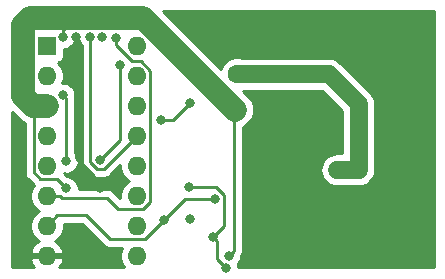
<source format=gbr>
%TF.GenerationSoftware,KiCad,Pcbnew,5.1.7-a382d34a8~88~ubuntu18.04.1*%
%TF.CreationDate,2021-05-09T09:36:21-04:00*%
%TF.ProjectId,salt_replacement,73616c74-5f72-4657-906c-6163656d656e,1.0.0*%
%TF.SameCoordinates,Original*%
%TF.FileFunction,Copper,L2,Bot*%
%TF.FilePolarity,Positive*%
%FSLAX46Y46*%
G04 Gerber Fmt 4.6, Leading zero omitted, Abs format (unit mm)*
G04 Created by KiCad (PCBNEW 5.1.7-a382d34a8~88~ubuntu18.04.1) date 2021-05-09 09:36:21*
%MOMM*%
%LPD*%
G01*
G04 APERTURE LIST*
%TA.AperFunction,ComponentPad*%
%ADD10R,1.600000X1.600000*%
%TD*%
%TA.AperFunction,ComponentPad*%
%ADD11O,1.600000X1.600000*%
%TD*%
%TA.AperFunction,ViaPad*%
%ADD12C,0.800000*%
%TD*%
%TA.AperFunction,ViaPad*%
%ADD13C,1.600000*%
%TD*%
%TA.AperFunction,Conductor*%
%ADD14C,0.250000*%
%TD*%
%TA.AperFunction,Conductor*%
%ADD15C,2.000000*%
%TD*%
%TA.AperFunction,Conductor*%
%ADD16C,1.500000*%
%TD*%
%TA.AperFunction,Conductor*%
%ADD17C,0.254000*%
%TD*%
%TA.AperFunction,Conductor*%
%ADD18C,0.100000*%
%TD*%
G04 APERTURE END LIST*
D10*
%TO.P,J1,1*%
%TO.N,Net-(J1-Pad1)*%
X111600000Y-111600000D03*
D11*
%TO.P,J1,9*%
%TO.N,Net-(J1-Pad9)*%
X119220000Y-129380000D03*
%TO.P,J1,2*%
%TO.N,Net-(J1-Pad2)*%
X111600000Y-114140000D03*
%TO.P,J1,10*%
%TO.N,Net-(J1-Pad10)*%
X119220000Y-126840000D03*
%TO.P,J1,3*%
%TO.N,+5V*%
X111600000Y-116680000D03*
%TO.P,J1,11*%
%TO.N,/CASSETTE_DATA_IN*%
X119220000Y-124300000D03*
%TO.P,J1,4*%
%TO.N,/SERIAL_IN_TTL*%
X111600000Y-119220000D03*
%TO.P,J1,12*%
%TO.N,/SERIAL_OUT_RS232*%
X119220000Y-121760000D03*
%TO.P,J1,5*%
%TO.N,/CD_IN_TTL*%
X111600000Y-121760000D03*
%TO.P,J1,13*%
%TO.N,/CD_IN_RS232*%
X119220000Y-119220000D03*
%TO.P,J1,6*%
%TO.N,/SERIAL_OUT_TTL*%
X111600000Y-124300000D03*
%TO.P,J1,14*%
%TO.N,/SERIAL_IN_RS232*%
X119220000Y-116680000D03*
%TO.P,J1,7*%
%TO.N,/CASSETTE_DATA_IN_TTL*%
X111600000Y-126840000D03*
%TO.P,J1,15*%
%TO.N,Net-(J1-Pad15)*%
X119220000Y-114140000D03*
%TO.P,J1,8*%
%TO.N,GND*%
X111600000Y-129380000D03*
%TO.P,J1,16*%
%TO.N,VCC*%
X119220000Y-111600000D03*
%TD*%
D12*
%TO.N,+5V*%
X127010400Y-129364300D03*
X113261400Y-123666900D03*
D13*
X127375000Y-116875000D03*
D12*
X113000040Y-110850000D03*
%TO.N,GND*%
X116100000Y-123650000D03*
X114100000Y-110850000D03*
X128474990Y-108975010D03*
X126324990Y-108975010D03*
X123924990Y-108975010D03*
X134274990Y-108975010D03*
X138924990Y-108975010D03*
X131424990Y-108975010D03*
X122874990Y-108975010D03*
X142250000Y-122300000D03*
X143450000Y-129600000D03*
X140450000Y-129700000D03*
X137150000Y-129650000D03*
X133600000Y-129750000D03*
%TO.N,/SERIAL_IN_TTL*%
X116126600Y-121244500D03*
X117803000Y-113205200D03*
%TO.N,/CD_IN_TTL*%
X116297668Y-110853255D03*
%TO.N,/CD_IN_RS232*%
X115295675Y-110856946D03*
%TO.N,/SERIAL_OUT_TTL*%
X117468000Y-110929600D03*
%TO.N,Net-(D1-Pad1)*%
X138000000Y-122100000D03*
X137100000Y-122100000D03*
X136150000Y-122100000D03*
D13*
X127700000Y-114000000D03*
D12*
%TO.N,Net-(C8-Pad2)*%
X113262100Y-121385400D03*
X112978100Y-115762900D03*
%TO.N,Net-(D2-Pad1)*%
X121300000Y-117861700D03*
X123722800Y-116427200D03*
%TO.N,/CASSETTE_DATA_IN_TTL*%
X121500000Y-126350000D03*
X125850000Y-124550000D03*
%TO.N,Net-(R3-Pad2)*%
X126756200Y-130377100D03*
X125687900Y-127780800D03*
X123600000Y-123550000D03*
%TO.N,Net-(U3-Pad7)*%
X123724900Y-126270900D03*
%TD*%
D14*
%TO.N,+5V*%
X127437500Y-116937500D02*
X127437500Y-128937200D01*
X127437500Y-128937200D02*
X127010400Y-129364300D01*
D15*
X127437500Y-116937500D02*
X127500000Y-117000000D01*
X127375000Y-116875000D02*
X127437500Y-116937500D01*
D14*
X110474600Y-116680000D02*
X110474600Y-122301500D01*
X110474600Y-122301500D02*
X111058500Y-122885400D01*
X111058500Y-122885400D02*
X112479900Y-122885400D01*
X112479900Y-122885400D02*
X113261400Y-123666900D01*
D15*
X111600000Y-116680000D02*
X110474600Y-116680000D01*
X119725010Y-109225010D02*
X127375000Y-116875000D01*
X110474600Y-116680000D02*
X110469000Y-116680000D01*
X110469000Y-116680000D02*
X109600000Y-115811000D01*
X109600000Y-115811000D02*
X109600000Y-109840000D01*
X109600000Y-109840000D02*
X110214990Y-109225010D01*
X110214990Y-109225010D02*
X114074990Y-109225010D01*
X114074990Y-109225010D02*
X119725010Y-109225010D01*
D14*
X113000040Y-110299960D02*
X113000040Y-110850000D01*
X114074990Y-109225010D02*
X113000040Y-110299960D01*
%TO.N,GND*%
X114100000Y-110850000D02*
X114100000Y-121100000D01*
X114100000Y-121100000D02*
X115600000Y-122600000D01*
X115600000Y-123150000D02*
X116100000Y-123650000D01*
X115600000Y-122600000D02*
X115600000Y-123150000D01*
%TO.N,/SERIAL_IN_TTL*%
X116126600Y-121244500D02*
X117803000Y-119568100D01*
X117803000Y-119568100D02*
X117803000Y-113205200D01*
%TO.N,/CD_IN_RS232*%
X115870300Y-122029700D02*
X115295675Y-121455075D01*
X115295675Y-121455075D02*
X115295675Y-110856946D01*
X119220000Y-119220000D02*
X116410300Y-122029700D01*
X116410300Y-122029700D02*
X115870300Y-122029700D01*
%TO.N,/SERIAL_OUT_TTL*%
X112725300Y-124300000D02*
X111600000Y-124300000D01*
X112883300Y-124458000D02*
X112725300Y-124300000D01*
X116693002Y-124458000D02*
X112883300Y-124458000D01*
X117660003Y-125425001D02*
X116693002Y-124458000D01*
X117468000Y-110929600D02*
X117468000Y-111487600D01*
X117468000Y-111487600D02*
X118850400Y-112870000D01*
X118850400Y-112870000D02*
X119544900Y-112870000D01*
X120364200Y-113689300D02*
X120364200Y-124820802D01*
X119760001Y-125425001D02*
X117660003Y-125425001D01*
X120364200Y-124820802D02*
X119760001Y-125425001D01*
X119544900Y-112870000D02*
X120364200Y-113689300D01*
D16*
%TO.N,Net-(D1-Pad1)*%
X138000000Y-122100000D02*
X137100000Y-122100000D01*
X127700000Y-114000000D02*
X135450000Y-114000000D01*
X135450000Y-114000000D02*
X138000000Y-116550000D01*
X138000000Y-116550000D02*
X138000000Y-122100000D01*
X137100000Y-122100000D02*
X136150000Y-122100000D01*
D14*
%TO.N,Net-(C8-Pad2)*%
X113262100Y-121385400D02*
X113262100Y-116046900D01*
X113262100Y-116046900D02*
X112978100Y-115762900D01*
%TO.N,Net-(D2-Pad1)*%
X121300000Y-117861700D02*
X122288300Y-117861700D01*
X122288300Y-117861700D02*
X123722800Y-116427200D01*
%TO.N,/CASSETTE_DATA_IN_TTL*%
X119884999Y-127965001D02*
X116915001Y-127965001D01*
X121500000Y-126350000D02*
X119884999Y-127965001D01*
X116915001Y-127965001D02*
X114900000Y-125950000D01*
X112490000Y-125950000D02*
X111600000Y-126840000D01*
X114900000Y-125950000D02*
X112490000Y-125950000D01*
X121500000Y-126350000D02*
X123300000Y-124550000D01*
X123300000Y-124550000D02*
X125850000Y-124550000D01*
X125850000Y-124550000D02*
X125850000Y-124550000D01*
%TO.N,Net-(R3-Pad2)*%
X125687900Y-127780800D02*
X126010800Y-128103700D01*
X126010800Y-128103700D02*
X126010900Y-128103700D01*
X126010900Y-128103700D02*
X126010900Y-129631800D01*
X126010900Y-129631800D02*
X126756200Y-130377100D01*
X126575001Y-124201999D02*
X125923002Y-123550000D01*
X125687900Y-127780800D02*
X126575001Y-126893699D01*
X126575001Y-126893699D02*
X126575001Y-124201999D01*
X125923002Y-123550000D02*
X123600000Y-123550000D01*
X123600000Y-123550000D02*
X123600000Y-123550000D01*
%TD*%
D17*
%TO.N,GND*%
X109256079Y-117779318D02*
X109307286Y-117841714D01*
X109556248Y-118046031D01*
X109714600Y-118130672D01*
X109714601Y-122264168D01*
X109710924Y-122301500D01*
X109714601Y-122338833D01*
X109725598Y-122450486D01*
X109726657Y-122453976D01*
X109769054Y-122593746D01*
X109839626Y-122725776D01*
X109867528Y-122759774D01*
X109934600Y-122841501D01*
X109963598Y-122865299D01*
X110484632Y-123386334D01*
X110328320Y-123620273D01*
X110220147Y-123881426D01*
X110165000Y-124158665D01*
X110165000Y-124441335D01*
X110220147Y-124718574D01*
X110328320Y-124979727D01*
X110485363Y-125214759D01*
X110685241Y-125414637D01*
X110917759Y-125570000D01*
X110685241Y-125725363D01*
X110485363Y-125925241D01*
X110328320Y-126160273D01*
X110220147Y-126421426D01*
X110165000Y-126698665D01*
X110165000Y-126981335D01*
X110220147Y-127258574D01*
X110328320Y-127519727D01*
X110485363Y-127754759D01*
X110685241Y-127954637D01*
X110920273Y-128111680D01*
X110930865Y-128116067D01*
X110744869Y-128227615D01*
X110536481Y-128416586D01*
X110368963Y-128642580D01*
X110248754Y-128896913D01*
X110208096Y-129030961D01*
X110330085Y-129253000D01*
X111473000Y-129253000D01*
X111473000Y-129233000D01*
X111727000Y-129233000D01*
X111727000Y-129253000D01*
X112869915Y-129253000D01*
X112991904Y-129030961D01*
X112951246Y-128896913D01*
X112831037Y-128642580D01*
X112663519Y-128416586D01*
X112455131Y-128227615D01*
X112269135Y-128116067D01*
X112279727Y-128111680D01*
X112514759Y-127954637D01*
X112714637Y-127754759D01*
X112871680Y-127519727D01*
X112979853Y-127258574D01*
X113035000Y-126981335D01*
X113035000Y-126710000D01*
X114585199Y-126710000D01*
X116351202Y-128476004D01*
X116375000Y-128505002D01*
X116490725Y-128599975D01*
X116622754Y-128670547D01*
X116766015Y-128714004D01*
X116877668Y-128725001D01*
X116877676Y-128725001D01*
X116915001Y-128728677D01*
X116952326Y-128725001D01*
X117938077Y-128725001D01*
X117840147Y-128961426D01*
X117785000Y-129238665D01*
X117785000Y-129521335D01*
X117840147Y-129798574D01*
X117948320Y-130059727D01*
X118105363Y-130294759D01*
X118150604Y-130340000D01*
X112666050Y-130340000D01*
X112831037Y-130117420D01*
X112951246Y-129863087D01*
X112991904Y-129729039D01*
X112869915Y-129507000D01*
X111727000Y-129507000D01*
X111727000Y-129527000D01*
X111473000Y-129527000D01*
X111473000Y-129507000D01*
X110330085Y-129507000D01*
X110208096Y-129729039D01*
X110248754Y-129863087D01*
X110368963Y-130117420D01*
X110533950Y-130340000D01*
X108660000Y-130340000D01*
X108660000Y-117183238D01*
X109256079Y-117779318D01*
%TA.AperFunction,Conductor*%
D18*
G36*
X109256079Y-117779318D02*
G01*
X109307286Y-117841714D01*
X109556248Y-118046031D01*
X109714600Y-118130672D01*
X109714601Y-122264168D01*
X109710924Y-122301500D01*
X109714601Y-122338833D01*
X109725598Y-122450486D01*
X109726657Y-122453976D01*
X109769054Y-122593746D01*
X109839626Y-122725776D01*
X109867528Y-122759774D01*
X109934600Y-122841501D01*
X109963598Y-122865299D01*
X110484632Y-123386334D01*
X110328320Y-123620273D01*
X110220147Y-123881426D01*
X110165000Y-124158665D01*
X110165000Y-124441335D01*
X110220147Y-124718574D01*
X110328320Y-124979727D01*
X110485363Y-125214759D01*
X110685241Y-125414637D01*
X110917759Y-125570000D01*
X110685241Y-125725363D01*
X110485363Y-125925241D01*
X110328320Y-126160273D01*
X110220147Y-126421426D01*
X110165000Y-126698665D01*
X110165000Y-126981335D01*
X110220147Y-127258574D01*
X110328320Y-127519727D01*
X110485363Y-127754759D01*
X110685241Y-127954637D01*
X110920273Y-128111680D01*
X110930865Y-128116067D01*
X110744869Y-128227615D01*
X110536481Y-128416586D01*
X110368963Y-128642580D01*
X110248754Y-128896913D01*
X110208096Y-129030961D01*
X110330085Y-129253000D01*
X111473000Y-129253000D01*
X111473000Y-129233000D01*
X111727000Y-129233000D01*
X111727000Y-129253000D01*
X112869915Y-129253000D01*
X112991904Y-129030961D01*
X112951246Y-128896913D01*
X112831037Y-128642580D01*
X112663519Y-128416586D01*
X112455131Y-128227615D01*
X112269135Y-128116067D01*
X112279727Y-128111680D01*
X112514759Y-127954637D01*
X112714637Y-127754759D01*
X112871680Y-127519727D01*
X112979853Y-127258574D01*
X113035000Y-126981335D01*
X113035000Y-126710000D01*
X114585199Y-126710000D01*
X116351202Y-128476004D01*
X116375000Y-128505002D01*
X116490725Y-128599975D01*
X116622754Y-128670547D01*
X116766015Y-128714004D01*
X116877668Y-128725001D01*
X116877676Y-128725001D01*
X116915001Y-128728677D01*
X116952326Y-128725001D01*
X117938077Y-128725001D01*
X117840147Y-128961426D01*
X117785000Y-129238665D01*
X117785000Y-129521335D01*
X117840147Y-129798574D01*
X117948320Y-130059727D01*
X118105363Y-130294759D01*
X118150604Y-130340000D01*
X112666050Y-130340000D01*
X112831037Y-130117420D01*
X112951246Y-129863087D01*
X112991904Y-129729039D01*
X112869915Y-129507000D01*
X111727000Y-129507000D01*
X111727000Y-129527000D01*
X111473000Y-129527000D01*
X111473000Y-129507000D01*
X110330085Y-129507000D01*
X110208096Y-129729039D01*
X110248754Y-129863087D01*
X110368963Y-130117420D01*
X110533950Y-130340000D01*
X108660000Y-130340000D01*
X108660000Y-117183238D01*
X109256079Y-117779318D01*
G37*
%TD.AperFunction*%
D17*
X144340001Y-130340000D02*
X127791200Y-130340000D01*
X127791200Y-130275161D01*
X127753381Y-130085030D01*
X127814337Y-130024074D01*
X127927605Y-129854556D01*
X128005626Y-129666198D01*
X128045400Y-129466239D01*
X128045400Y-129394466D01*
X128072474Y-129361476D01*
X128143046Y-129229447D01*
X128186503Y-129086186D01*
X128197500Y-128974533D01*
X128201177Y-128937200D01*
X128197500Y-128899867D01*
X128197500Y-118481084D01*
X128412752Y-118366030D01*
X128661713Y-118161713D01*
X128866030Y-117912752D01*
X129017851Y-117628714D01*
X129111342Y-117320516D01*
X129142911Y-116999999D01*
X129111342Y-116679484D01*
X129017851Y-116371285D01*
X128866030Y-116087248D01*
X128712915Y-115900677D01*
X128587925Y-115775687D01*
X128587916Y-115775676D01*
X128197240Y-115385000D01*
X134876315Y-115385000D01*
X136615000Y-117123686D01*
X136615001Y-120715000D01*
X136081963Y-120715000D01*
X135878493Y-120735040D01*
X135617419Y-120814236D01*
X135376812Y-120942843D01*
X135165919Y-121115919D01*
X134992843Y-121326812D01*
X134864236Y-121567419D01*
X134785040Y-121828493D01*
X134758299Y-122100000D01*
X134785040Y-122371507D01*
X134864236Y-122632581D01*
X134992843Y-122873188D01*
X135165919Y-123084081D01*
X135376812Y-123257157D01*
X135617419Y-123385764D01*
X135878493Y-123464960D01*
X136081963Y-123485000D01*
X137931964Y-123485000D01*
X138000000Y-123491701D01*
X138271507Y-123464960D01*
X138532581Y-123385764D01*
X138773188Y-123257157D01*
X138984081Y-123084081D01*
X139157157Y-122873188D01*
X139285764Y-122632581D01*
X139364960Y-122371507D01*
X139385000Y-122168037D01*
X139391701Y-122100000D01*
X139385000Y-122031963D01*
X139385000Y-116618029D01*
X139391700Y-116550000D01*
X139385000Y-116481971D01*
X139385000Y-116481963D01*
X139364960Y-116278493D01*
X139285764Y-116017419D01*
X139157157Y-115776812D01*
X139138972Y-115754654D01*
X139027452Y-115618766D01*
X139027445Y-115618759D01*
X138984080Y-115565919D01*
X138931241Y-115522555D01*
X136477454Y-113068769D01*
X136434081Y-113015919D01*
X136223188Y-112842843D01*
X135982581Y-112714236D01*
X135721507Y-112635040D01*
X135518037Y-112615000D01*
X135518029Y-112615000D01*
X135450000Y-112608300D01*
X135381971Y-112615000D01*
X128092699Y-112615000D01*
X127841335Y-112565000D01*
X127558665Y-112565000D01*
X127281426Y-112620147D01*
X127020273Y-112728320D01*
X126785241Y-112885363D01*
X126585363Y-113085241D01*
X126428320Y-113320273D01*
X126341680Y-113529441D01*
X121472238Y-108660000D01*
X144340000Y-108660000D01*
X144340001Y-130340000D01*
%TA.AperFunction,Conductor*%
D18*
G36*
X144340001Y-130340000D02*
G01*
X127791200Y-130340000D01*
X127791200Y-130275161D01*
X127753381Y-130085030D01*
X127814337Y-130024074D01*
X127927605Y-129854556D01*
X128005626Y-129666198D01*
X128045400Y-129466239D01*
X128045400Y-129394466D01*
X128072474Y-129361476D01*
X128143046Y-129229447D01*
X128186503Y-129086186D01*
X128197500Y-128974533D01*
X128201177Y-128937200D01*
X128197500Y-128899867D01*
X128197500Y-118481084D01*
X128412752Y-118366030D01*
X128661713Y-118161713D01*
X128866030Y-117912752D01*
X129017851Y-117628714D01*
X129111342Y-117320516D01*
X129142911Y-116999999D01*
X129111342Y-116679484D01*
X129017851Y-116371285D01*
X128866030Y-116087248D01*
X128712915Y-115900677D01*
X128587925Y-115775687D01*
X128587916Y-115775676D01*
X128197240Y-115385000D01*
X134876315Y-115385000D01*
X136615000Y-117123686D01*
X136615001Y-120715000D01*
X136081963Y-120715000D01*
X135878493Y-120735040D01*
X135617419Y-120814236D01*
X135376812Y-120942843D01*
X135165919Y-121115919D01*
X134992843Y-121326812D01*
X134864236Y-121567419D01*
X134785040Y-121828493D01*
X134758299Y-122100000D01*
X134785040Y-122371507D01*
X134864236Y-122632581D01*
X134992843Y-122873188D01*
X135165919Y-123084081D01*
X135376812Y-123257157D01*
X135617419Y-123385764D01*
X135878493Y-123464960D01*
X136081963Y-123485000D01*
X137931964Y-123485000D01*
X138000000Y-123491701D01*
X138271507Y-123464960D01*
X138532581Y-123385764D01*
X138773188Y-123257157D01*
X138984081Y-123084081D01*
X139157157Y-122873188D01*
X139285764Y-122632581D01*
X139364960Y-122371507D01*
X139385000Y-122168037D01*
X139391701Y-122100000D01*
X139385000Y-122031963D01*
X139385000Y-116618029D01*
X139391700Y-116550000D01*
X139385000Y-116481971D01*
X139385000Y-116481963D01*
X139364960Y-116278493D01*
X139285764Y-116017419D01*
X139157157Y-115776812D01*
X139138972Y-115754654D01*
X139027452Y-115618766D01*
X139027445Y-115618759D01*
X138984080Y-115565919D01*
X138931241Y-115522555D01*
X136477454Y-113068769D01*
X136434081Y-113015919D01*
X136223188Y-112842843D01*
X135982581Y-112714236D01*
X135721507Y-112635040D01*
X135518037Y-112615000D01*
X135518029Y-112615000D01*
X135450000Y-112608300D01*
X135381971Y-112615000D01*
X128092699Y-112615000D01*
X127841335Y-112565000D01*
X127558665Y-112565000D01*
X127281426Y-112620147D01*
X127020273Y-112728320D01*
X126785241Y-112885363D01*
X126585363Y-113085241D01*
X126428320Y-113320273D01*
X126341680Y-113529441D01*
X121472238Y-108660000D01*
X144340000Y-108660000D01*
X144340001Y-130340000D01*
G37*
%TD.AperFunction*%
D17*
X114260675Y-110958885D02*
X114300449Y-111158844D01*
X114378470Y-111347202D01*
X114491738Y-111516720D01*
X114535676Y-111560658D01*
X114535675Y-121417753D01*
X114531999Y-121455075D01*
X114535675Y-121492397D01*
X114535675Y-121492407D01*
X114546672Y-121604060D01*
X114568994Y-121677646D01*
X114590129Y-121747321D01*
X114660701Y-121879351D01*
X114678743Y-121901335D01*
X114755674Y-121995076D01*
X114784677Y-122018878D01*
X115306505Y-122540707D01*
X115330299Y-122569701D01*
X115359292Y-122593495D01*
X115359296Y-122593499D01*
X115407179Y-122632795D01*
X115446024Y-122664674D01*
X115578053Y-122735246D01*
X115721314Y-122778703D01*
X115832967Y-122789700D01*
X115832976Y-122789700D01*
X115870299Y-122793376D01*
X115907622Y-122789700D01*
X116372978Y-122789700D01*
X116410300Y-122793376D01*
X116447622Y-122789700D01*
X116447633Y-122789700D01*
X116559286Y-122778703D01*
X116702547Y-122735246D01*
X116834576Y-122664674D01*
X116950301Y-122569701D01*
X116974104Y-122540697D01*
X117785000Y-121729801D01*
X117785000Y-121901335D01*
X117840147Y-122178574D01*
X117948320Y-122439727D01*
X118105363Y-122674759D01*
X118305241Y-122874637D01*
X118537759Y-123030000D01*
X118305241Y-123185363D01*
X118105363Y-123385241D01*
X117948320Y-123620273D01*
X117840147Y-123881426D01*
X117785000Y-124158665D01*
X117785000Y-124441335D01*
X117793408Y-124483604D01*
X117256806Y-123947002D01*
X117233003Y-123917999D01*
X117117278Y-123823026D01*
X116985249Y-123752454D01*
X116841988Y-123708997D01*
X116730335Y-123698000D01*
X116730324Y-123698000D01*
X116693002Y-123694324D01*
X116655680Y-123698000D01*
X114296400Y-123698000D01*
X114296400Y-123564961D01*
X114256626Y-123365002D01*
X114178605Y-123176644D01*
X114065337Y-123007126D01*
X113921174Y-122862963D01*
X113751656Y-122749695D01*
X113563298Y-122671674D01*
X113363339Y-122631900D01*
X113301201Y-122631900D01*
X113072206Y-122402905D01*
X113160161Y-122420400D01*
X113364039Y-122420400D01*
X113563998Y-122380626D01*
X113752356Y-122302605D01*
X113921874Y-122189337D01*
X114066037Y-122045174D01*
X114179305Y-121875656D01*
X114257326Y-121687298D01*
X114297100Y-121487339D01*
X114297100Y-121283461D01*
X114257326Y-121083502D01*
X114179305Y-120895144D01*
X114066037Y-120725626D01*
X114022100Y-120681689D01*
X114022100Y-116084225D01*
X114025776Y-116046900D01*
X114022100Y-116009575D01*
X114022100Y-116009567D01*
X114011103Y-115897914D01*
X114008336Y-115888791D01*
X114013100Y-115864839D01*
X114013100Y-115660961D01*
X113973326Y-115461002D01*
X113895305Y-115272644D01*
X113782037Y-115103126D01*
X113637874Y-114958963D01*
X113468356Y-114845695D01*
X113279998Y-114767674D01*
X113080039Y-114727900D01*
X112909716Y-114727900D01*
X112979853Y-114558574D01*
X113035000Y-114281335D01*
X113035000Y-113998665D01*
X112979853Y-113721426D01*
X112871680Y-113460273D01*
X112714637Y-113225241D01*
X112516039Y-113026643D01*
X112524482Y-113025812D01*
X112644180Y-112989502D01*
X112754494Y-112930537D01*
X112851185Y-112851185D01*
X112930537Y-112754494D01*
X112989502Y-112644180D01*
X113025812Y-112524482D01*
X113038072Y-112400000D01*
X113038072Y-111885000D01*
X113101979Y-111885000D01*
X113301938Y-111845226D01*
X113490296Y-111767205D01*
X113659814Y-111653937D01*
X113803977Y-111509774D01*
X113917245Y-111340256D01*
X113995266Y-111151898D01*
X114035040Y-110951939D01*
X114035040Y-110860010D01*
X114260675Y-110860010D01*
X114260675Y-110958885D01*
%TA.AperFunction,Conductor*%
D18*
G36*
X114260675Y-110958885D02*
G01*
X114300449Y-111158844D01*
X114378470Y-111347202D01*
X114491738Y-111516720D01*
X114535676Y-111560658D01*
X114535675Y-121417753D01*
X114531999Y-121455075D01*
X114535675Y-121492397D01*
X114535675Y-121492407D01*
X114546672Y-121604060D01*
X114568994Y-121677646D01*
X114590129Y-121747321D01*
X114660701Y-121879351D01*
X114678743Y-121901335D01*
X114755674Y-121995076D01*
X114784677Y-122018878D01*
X115306505Y-122540707D01*
X115330299Y-122569701D01*
X115359292Y-122593495D01*
X115359296Y-122593499D01*
X115407179Y-122632795D01*
X115446024Y-122664674D01*
X115578053Y-122735246D01*
X115721314Y-122778703D01*
X115832967Y-122789700D01*
X115832976Y-122789700D01*
X115870299Y-122793376D01*
X115907622Y-122789700D01*
X116372978Y-122789700D01*
X116410300Y-122793376D01*
X116447622Y-122789700D01*
X116447633Y-122789700D01*
X116559286Y-122778703D01*
X116702547Y-122735246D01*
X116834576Y-122664674D01*
X116950301Y-122569701D01*
X116974104Y-122540697D01*
X117785000Y-121729801D01*
X117785000Y-121901335D01*
X117840147Y-122178574D01*
X117948320Y-122439727D01*
X118105363Y-122674759D01*
X118305241Y-122874637D01*
X118537759Y-123030000D01*
X118305241Y-123185363D01*
X118105363Y-123385241D01*
X117948320Y-123620273D01*
X117840147Y-123881426D01*
X117785000Y-124158665D01*
X117785000Y-124441335D01*
X117793408Y-124483604D01*
X117256806Y-123947002D01*
X117233003Y-123917999D01*
X117117278Y-123823026D01*
X116985249Y-123752454D01*
X116841988Y-123708997D01*
X116730335Y-123698000D01*
X116730324Y-123698000D01*
X116693002Y-123694324D01*
X116655680Y-123698000D01*
X114296400Y-123698000D01*
X114296400Y-123564961D01*
X114256626Y-123365002D01*
X114178605Y-123176644D01*
X114065337Y-123007126D01*
X113921174Y-122862963D01*
X113751656Y-122749695D01*
X113563298Y-122671674D01*
X113363339Y-122631900D01*
X113301201Y-122631900D01*
X113072206Y-122402905D01*
X113160161Y-122420400D01*
X113364039Y-122420400D01*
X113563998Y-122380626D01*
X113752356Y-122302605D01*
X113921874Y-122189337D01*
X114066037Y-122045174D01*
X114179305Y-121875656D01*
X114257326Y-121687298D01*
X114297100Y-121487339D01*
X114297100Y-121283461D01*
X114257326Y-121083502D01*
X114179305Y-120895144D01*
X114066037Y-120725626D01*
X114022100Y-120681689D01*
X114022100Y-116084225D01*
X114025776Y-116046900D01*
X114022100Y-116009575D01*
X114022100Y-116009567D01*
X114011103Y-115897914D01*
X114008336Y-115888791D01*
X114013100Y-115864839D01*
X114013100Y-115660961D01*
X113973326Y-115461002D01*
X113895305Y-115272644D01*
X113782037Y-115103126D01*
X113637874Y-114958963D01*
X113468356Y-114845695D01*
X113279998Y-114767674D01*
X113080039Y-114727900D01*
X112909716Y-114727900D01*
X112979853Y-114558574D01*
X113035000Y-114281335D01*
X113035000Y-113998665D01*
X112979853Y-113721426D01*
X112871680Y-113460273D01*
X112714637Y-113225241D01*
X112516039Y-113026643D01*
X112524482Y-113025812D01*
X112644180Y-112989502D01*
X112754494Y-112930537D01*
X112851185Y-112851185D01*
X112930537Y-112754494D01*
X112989502Y-112644180D01*
X113025812Y-112524482D01*
X113038072Y-112400000D01*
X113038072Y-111885000D01*
X113101979Y-111885000D01*
X113301938Y-111845226D01*
X113490296Y-111767205D01*
X113659814Y-111653937D01*
X113803977Y-111509774D01*
X113917245Y-111340256D01*
X113995266Y-111151898D01*
X114035040Y-110951939D01*
X114035040Y-110860010D01*
X114260675Y-110860010D01*
X114260675Y-110958885D01*
G37*
%TD.AperFunction*%
%TD*%
M02*

</source>
